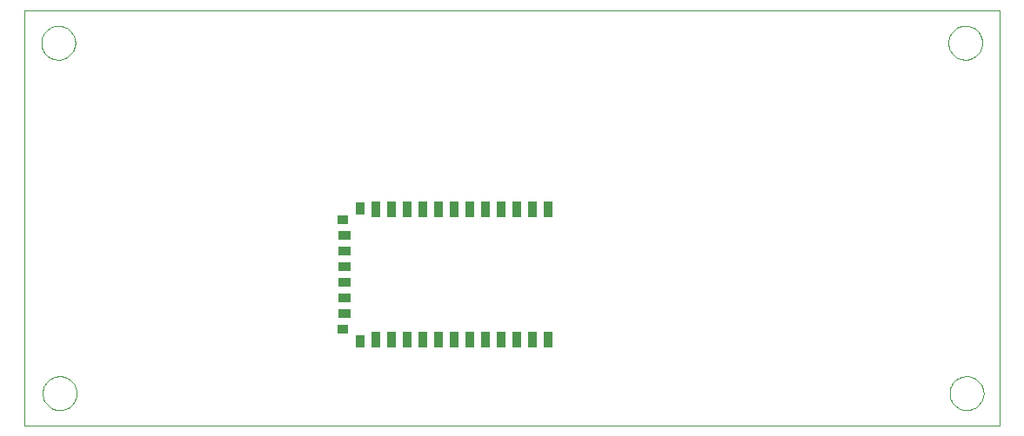
<source format=gtp>
G75*
G70*
%OFA0B0*%
%FSLAX24Y24*%
%IPPOS*%
%LPD*%
%AMOC8*
5,1,8,0,0,1.08239X$1,22.5*
%
%ADD10C,0.0000*%
%ADD11R,0.0320X0.0600*%
%ADD12R,0.0320X0.0500*%
%ADD13R,0.0400X0.0320*%
%ADD14R,0.0500X0.0320*%
D10*
X000983Y000100D02*
X038353Y000100D01*
X038353Y016042D01*
X000983Y016042D01*
X000983Y000100D01*
X001683Y001342D02*
X001685Y001392D01*
X001691Y001442D01*
X001701Y001492D01*
X001714Y001540D01*
X001731Y001588D01*
X001752Y001634D01*
X001776Y001678D01*
X001804Y001720D01*
X001835Y001760D01*
X001869Y001797D01*
X001906Y001832D01*
X001945Y001863D01*
X001986Y001892D01*
X002030Y001917D01*
X002076Y001939D01*
X002123Y001957D01*
X002171Y001971D01*
X002220Y001982D01*
X002270Y001989D01*
X002320Y001992D01*
X002371Y001991D01*
X002421Y001986D01*
X002471Y001977D01*
X002519Y001965D01*
X002567Y001948D01*
X002613Y001928D01*
X002658Y001905D01*
X002701Y001878D01*
X002741Y001848D01*
X002779Y001815D01*
X002814Y001779D01*
X002847Y001740D01*
X002876Y001699D01*
X002902Y001656D01*
X002925Y001611D01*
X002944Y001564D01*
X002959Y001516D01*
X002971Y001467D01*
X002979Y001417D01*
X002983Y001367D01*
X002983Y001317D01*
X002979Y001267D01*
X002971Y001217D01*
X002959Y001168D01*
X002944Y001120D01*
X002925Y001073D01*
X002902Y001028D01*
X002876Y000985D01*
X002847Y000944D01*
X002814Y000905D01*
X002779Y000869D01*
X002741Y000836D01*
X002701Y000806D01*
X002658Y000779D01*
X002613Y000756D01*
X002567Y000736D01*
X002519Y000719D01*
X002471Y000707D01*
X002421Y000698D01*
X002371Y000693D01*
X002320Y000692D01*
X002270Y000695D01*
X002220Y000702D01*
X002171Y000713D01*
X002123Y000727D01*
X002076Y000745D01*
X002030Y000767D01*
X001986Y000792D01*
X001945Y000821D01*
X001906Y000852D01*
X001869Y000887D01*
X001835Y000924D01*
X001804Y000964D01*
X001776Y001006D01*
X001752Y001050D01*
X001731Y001096D01*
X001714Y001144D01*
X001701Y001192D01*
X001691Y001242D01*
X001685Y001292D01*
X001683Y001342D01*
X001633Y014792D02*
X001635Y014842D01*
X001641Y014892D01*
X001651Y014942D01*
X001664Y014990D01*
X001681Y015038D01*
X001702Y015084D01*
X001726Y015128D01*
X001754Y015170D01*
X001785Y015210D01*
X001819Y015247D01*
X001856Y015282D01*
X001895Y015313D01*
X001936Y015342D01*
X001980Y015367D01*
X002026Y015389D01*
X002073Y015407D01*
X002121Y015421D01*
X002170Y015432D01*
X002220Y015439D01*
X002270Y015442D01*
X002321Y015441D01*
X002371Y015436D01*
X002421Y015427D01*
X002469Y015415D01*
X002517Y015398D01*
X002563Y015378D01*
X002608Y015355D01*
X002651Y015328D01*
X002691Y015298D01*
X002729Y015265D01*
X002764Y015229D01*
X002797Y015190D01*
X002826Y015149D01*
X002852Y015106D01*
X002875Y015061D01*
X002894Y015014D01*
X002909Y014966D01*
X002921Y014917D01*
X002929Y014867D01*
X002933Y014817D01*
X002933Y014767D01*
X002929Y014717D01*
X002921Y014667D01*
X002909Y014618D01*
X002894Y014570D01*
X002875Y014523D01*
X002852Y014478D01*
X002826Y014435D01*
X002797Y014394D01*
X002764Y014355D01*
X002729Y014319D01*
X002691Y014286D01*
X002651Y014256D01*
X002608Y014229D01*
X002563Y014206D01*
X002517Y014186D01*
X002469Y014169D01*
X002421Y014157D01*
X002371Y014148D01*
X002321Y014143D01*
X002270Y014142D01*
X002220Y014145D01*
X002170Y014152D01*
X002121Y014163D01*
X002073Y014177D01*
X002026Y014195D01*
X001980Y014217D01*
X001936Y014242D01*
X001895Y014271D01*
X001856Y014302D01*
X001819Y014337D01*
X001785Y014374D01*
X001754Y014414D01*
X001726Y014456D01*
X001702Y014500D01*
X001681Y014546D01*
X001664Y014594D01*
X001651Y014642D01*
X001641Y014692D01*
X001635Y014742D01*
X001633Y014792D01*
X036383Y014792D02*
X036385Y014842D01*
X036391Y014892D01*
X036401Y014942D01*
X036414Y014990D01*
X036431Y015038D01*
X036452Y015084D01*
X036476Y015128D01*
X036504Y015170D01*
X036535Y015210D01*
X036569Y015247D01*
X036606Y015282D01*
X036645Y015313D01*
X036686Y015342D01*
X036730Y015367D01*
X036776Y015389D01*
X036823Y015407D01*
X036871Y015421D01*
X036920Y015432D01*
X036970Y015439D01*
X037020Y015442D01*
X037071Y015441D01*
X037121Y015436D01*
X037171Y015427D01*
X037219Y015415D01*
X037267Y015398D01*
X037313Y015378D01*
X037358Y015355D01*
X037401Y015328D01*
X037441Y015298D01*
X037479Y015265D01*
X037514Y015229D01*
X037547Y015190D01*
X037576Y015149D01*
X037602Y015106D01*
X037625Y015061D01*
X037644Y015014D01*
X037659Y014966D01*
X037671Y014917D01*
X037679Y014867D01*
X037683Y014817D01*
X037683Y014767D01*
X037679Y014717D01*
X037671Y014667D01*
X037659Y014618D01*
X037644Y014570D01*
X037625Y014523D01*
X037602Y014478D01*
X037576Y014435D01*
X037547Y014394D01*
X037514Y014355D01*
X037479Y014319D01*
X037441Y014286D01*
X037401Y014256D01*
X037358Y014229D01*
X037313Y014206D01*
X037267Y014186D01*
X037219Y014169D01*
X037171Y014157D01*
X037121Y014148D01*
X037071Y014143D01*
X037020Y014142D01*
X036970Y014145D01*
X036920Y014152D01*
X036871Y014163D01*
X036823Y014177D01*
X036776Y014195D01*
X036730Y014217D01*
X036686Y014242D01*
X036645Y014271D01*
X036606Y014302D01*
X036569Y014337D01*
X036535Y014374D01*
X036504Y014414D01*
X036476Y014456D01*
X036452Y014500D01*
X036431Y014546D01*
X036414Y014594D01*
X036401Y014642D01*
X036391Y014692D01*
X036385Y014742D01*
X036383Y014792D01*
X036433Y001342D02*
X036435Y001392D01*
X036441Y001442D01*
X036451Y001492D01*
X036464Y001540D01*
X036481Y001588D01*
X036502Y001634D01*
X036526Y001678D01*
X036554Y001720D01*
X036585Y001760D01*
X036619Y001797D01*
X036656Y001832D01*
X036695Y001863D01*
X036736Y001892D01*
X036780Y001917D01*
X036826Y001939D01*
X036873Y001957D01*
X036921Y001971D01*
X036970Y001982D01*
X037020Y001989D01*
X037070Y001992D01*
X037121Y001991D01*
X037171Y001986D01*
X037221Y001977D01*
X037269Y001965D01*
X037317Y001948D01*
X037363Y001928D01*
X037408Y001905D01*
X037451Y001878D01*
X037491Y001848D01*
X037529Y001815D01*
X037564Y001779D01*
X037597Y001740D01*
X037626Y001699D01*
X037652Y001656D01*
X037675Y001611D01*
X037694Y001564D01*
X037709Y001516D01*
X037721Y001467D01*
X037729Y001417D01*
X037733Y001367D01*
X037733Y001317D01*
X037729Y001267D01*
X037721Y001217D01*
X037709Y001168D01*
X037694Y001120D01*
X037675Y001073D01*
X037652Y001028D01*
X037626Y000985D01*
X037597Y000944D01*
X037564Y000905D01*
X037529Y000869D01*
X037491Y000836D01*
X037451Y000806D01*
X037408Y000779D01*
X037363Y000756D01*
X037317Y000736D01*
X037269Y000719D01*
X037221Y000707D01*
X037171Y000698D01*
X037121Y000693D01*
X037070Y000692D01*
X037020Y000695D01*
X036970Y000702D01*
X036921Y000713D01*
X036873Y000727D01*
X036826Y000745D01*
X036780Y000767D01*
X036736Y000792D01*
X036695Y000821D01*
X036656Y000852D01*
X036619Y000887D01*
X036585Y000924D01*
X036554Y000964D01*
X036526Y001006D01*
X036502Y001050D01*
X036481Y001096D01*
X036464Y001144D01*
X036451Y001192D01*
X036441Y001242D01*
X036435Y001292D01*
X036433Y001342D01*
D11*
X021033Y003392D03*
X020433Y003392D03*
X019833Y003392D03*
X019233Y003392D03*
X018633Y003392D03*
X018033Y003392D03*
X017433Y003392D03*
X016833Y003392D03*
X016233Y003392D03*
X015633Y003392D03*
X015033Y003392D03*
X014433Y003392D03*
X014433Y008392D03*
X015033Y008392D03*
X015633Y008392D03*
X016233Y008392D03*
X016833Y008392D03*
X017433Y008392D03*
X018033Y008392D03*
X018633Y008392D03*
X019233Y008392D03*
X019833Y008392D03*
X020433Y008392D03*
X021033Y008392D03*
D12*
X013833Y008442D03*
X013833Y003342D03*
D13*
X013183Y003792D03*
X013183Y007992D03*
D14*
X013233Y007392D03*
X013233Y006792D03*
X013233Y006192D03*
X013233Y005592D03*
X013233Y004992D03*
X013233Y004392D03*
M02*

</source>
